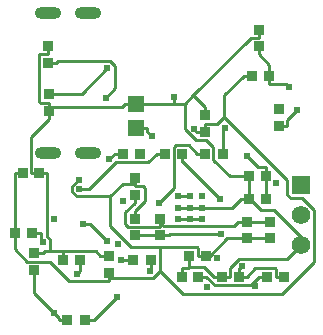
<source format=gbl>
G04 Layer: BottomLayer*
G04 EasyEDA v6.5.38, 2023-12-01 04:26:50*
G04 a14715bac62b4674aedb9b46894eb211,1c5aeea7b1c04971ae88c05baabc065b,10*
G04 Gerber Generator version 0.2*
G04 Scale: 100 percent, Rotated: No, Reflected: No *
G04 Dimensions in millimeters *
G04 leading zeros omitted , absolute positions ,4 integer and 5 decimal *
%FSLAX45Y45*%
%MOMM*%

%AMMACRO1*21,1,$1,$2,0,0,$3*%
%ADD10C,0.2540*%
%ADD11MACRO1,0.8X0.9X-90.0000*%
%ADD12MACRO1,0.8X0.9X90.0000*%
%ADD13MACRO1,0.8X0.9X0.0000*%
%ADD14R,1.3500X1.4100*%
%ADD15MACRO1,1.35X1.41X0.0000*%
%ADD16MACRO1,0.8X0.864X90.0000*%
%ADD17MACRO1,0.8X0.864X0.0000*%
%ADD18MACRO1,0.864X0.8065X90.0000*%
%ADD19R,0.8640X0.8065*%
%ADD20MACRO1,0.864X0.8065X0.0000*%
%ADD21MACRO1,0.864X0.8065X-90.0000*%
%ADD22R,1.5748X1.5748*%
%ADD23C,1.5748*%
%ADD24O,2.2500082X0.9999979999999999*%
%ADD25C,0.6096*%
%ADD26C,0.6100*%
%ADD27C,0.0151*%

%LPD*%
D10*
X2743202Y4718204D02*
G01*
X2933702Y4718204D01*
X1790702Y4946500D02*
G01*
X1790702Y4878580D01*
X2006602Y4743604D02*
G01*
X2006602Y4709645D01*
X2006602Y4709645D02*
G01*
X2006602Y4675685D01*
X2006602Y4709645D02*
G01*
X2036117Y4680130D01*
X2632204Y4680130D01*
X2670279Y4718204D01*
X2743202Y4718204D02*
G01*
X2670279Y4718204D01*
X2006602Y4675685D02*
G01*
X2006450Y4675532D01*
X1731520Y4675532D01*
X1708965Y4698088D01*
X1708965Y4796843D01*
X1790702Y4878580D01*
X1559181Y4551428D02*
G01*
X1413283Y4697326D01*
X1351460Y4697326D01*
X1016713Y4544291D02*
G01*
X994463Y4566541D01*
X994463Y4622802D01*
X926238Y4622802D02*
G01*
X994463Y4622802D01*
X1054102Y6058766D02*
G01*
X1125222Y6058766D01*
X1125222Y6058766D02*
G01*
X1146050Y6079594D01*
X1583743Y6079594D01*
X1626618Y6036718D01*
X1626618Y5847793D01*
X1546633Y5767809D01*
X1066802Y5803038D02*
G01*
X1342875Y5803038D01*
X1557632Y6017795D01*
X2045566Y5295902D02*
G01*
X1977341Y5295902D01*
X1321945Y4996512D02*
G01*
X1405867Y4996512D01*
X1629818Y5220464D01*
X1901903Y5220464D01*
X1977341Y5295902D01*
X2514348Y4910051D02*
G01*
X2199617Y5224782D01*
X2196238Y5224782D01*
X2196238Y5295902D02*
G01*
X2196238Y5224782D01*
X1572262Y5245762D02*
G01*
X1621741Y5295242D01*
X1621741Y5295902D01*
X1689966Y5295902D02*
G01*
X1621741Y5295902D01*
X2388466Y5295902D02*
G01*
X2320241Y5295902D01*
X2320241Y5295902D02*
G01*
X2248969Y5367174D01*
X2144270Y5367174D01*
X2127811Y5350715D01*
X2127811Y5005478D01*
X2000506Y4878174D01*
X2560474Y5516069D02*
G01*
X2539138Y5494733D01*
X2539138Y5295902D01*
X3166595Y5664202D02*
G01*
X3081022Y5578629D01*
X3081022Y5525366D01*
X3009902Y5525366D02*
G01*
X3081022Y5525366D01*
X1370738Y3886202D02*
G01*
X1443865Y3886202D01*
X1642976Y4085313D01*
X1920420Y4301187D02*
G01*
X1920420Y4313963D01*
X1929538Y4323082D01*
X1929538Y4394202D02*
G01*
X1929538Y4323082D01*
X1935914Y5441419D02*
G01*
X1898830Y5478503D01*
X1898830Y5513402D01*
X1803402Y5513402D02*
G01*
X1898830Y5513402D01*
X2932838Y5920742D02*
G01*
X2932838Y5885182D01*
X2932838Y5920742D02*
G01*
X2932838Y5956302D01*
X2932838Y5956302D02*
G01*
X2932838Y6047844D01*
X2844802Y6135880D01*
X2844802Y6203800D02*
G01*
X2844802Y6135880D01*
X2932838Y5885182D02*
G01*
X3071395Y5885182D01*
X3098802Y5857775D01*
X3054504Y4254502D02*
G01*
X2986585Y4254502D01*
X2673504Y4254502D02*
G01*
X2741424Y4254502D01*
X2986585Y4254502D02*
G01*
X2986585Y4322422D01*
X2983207Y4325800D01*
X2812722Y4325800D01*
X2741424Y4254502D01*
X2700149Y4346450D02*
G01*
X2681124Y4327425D01*
X2673504Y4327425D01*
X2673504Y4254502D02*
G01*
X2673504Y4327425D01*
X2914500Y4254502D02*
G01*
X2846580Y4254502D01*
X2330604Y4254502D02*
G01*
X2398524Y4254502D01*
X2787042Y4194964D02*
G01*
X2811071Y4170911D01*
X2846580Y4254502D02*
G01*
X2787042Y4194964D01*
X2787042Y4194964D02*
G01*
X2773479Y4181401D01*
X2471625Y4181401D01*
X2398524Y4254502D01*
X2902104Y4914902D02*
G01*
X2902104Y5105402D01*
X2902104Y5178325D02*
G01*
X2833575Y5178325D01*
X2739392Y5272509D01*
X2902104Y5105402D02*
G01*
X2902104Y5178325D01*
X1220066Y3886202D02*
G01*
X1151841Y3886202D01*
X1109195Y3946679D02*
G01*
X939802Y4116072D01*
X939802Y4311500D01*
X1151841Y3886202D02*
G01*
X1151841Y3904033D01*
X1109195Y3946679D01*
X2260602Y4738702D02*
G01*
X2360551Y4738702D01*
X2260551Y4938651D02*
G01*
X2160653Y4938651D01*
X2160602Y4938702D01*
X2160602Y4738702D02*
G01*
X2260602Y4738702D01*
X2160602Y4838702D02*
G01*
X2260602Y4838702D01*
X2260602Y4838702D02*
G01*
X2260627Y4838677D01*
X2360551Y4838677D01*
X2360551Y4838677D02*
G01*
X2617955Y4838677D01*
X2694180Y4914902D01*
X2762100Y4914902D02*
G01*
X2694180Y4914902D01*
X1054102Y6141189D02*
G01*
X985852Y6141189D01*
X982804Y6138141D01*
X982804Y5736363D01*
X998552Y5720615D01*
X1066802Y5720615D01*
X1054102Y6209438D02*
G01*
X1054102Y6141189D01*
X1066802Y5686503D02*
G01*
X1066802Y5720615D01*
X1066802Y5686503D02*
G01*
X1681101Y5686503D01*
X1708000Y5713402D01*
X1803402Y5713402D02*
G01*
X1708000Y5713402D01*
X1066802Y5669434D02*
G01*
X1066802Y5686503D01*
X1803402Y5713402D02*
G01*
X1898830Y5713402D01*
X2387602Y5619904D02*
G01*
X2387602Y5687824D01*
X2844802Y6343804D02*
G01*
X2844802Y6275885D01*
X2387602Y5687824D02*
G01*
X2288212Y5787214D01*
X2844802Y6275885D02*
G01*
X2776882Y6275885D01*
X2288212Y5787214D01*
X2533500Y4254502D02*
G01*
X2465580Y4254502D01*
X2254100Y4432302D02*
G01*
X2254100Y4359379D01*
X2254100Y4338043D02*
G01*
X2254100Y4359379D01*
X2190600Y4327425D02*
G01*
X2243482Y4327425D01*
X2254100Y4338043D01*
X2254100Y4338043D02*
G01*
X2382039Y4338043D01*
X2465580Y4254502D01*
X2190600Y4254502D02*
G01*
X2190600Y4327425D01*
X1187300Y4394202D02*
G01*
X1187300Y4467125D01*
X1574802Y4426104D02*
G01*
X1501879Y4426104D01*
X2762100Y4934257D02*
G01*
X2762100Y4914902D01*
X2762100Y4934257D02*
G01*
X2762100Y4919296D01*
X2863674Y4817722D01*
X2974621Y4817722D01*
X3200402Y4591941D01*
X3200402Y4521202D01*
X2533500Y4254502D02*
G01*
X2601419Y4254502D01*
X957049Y4451504D02*
G01*
X1012725Y4451504D01*
X957049Y4451504D02*
G01*
X939802Y4451504D01*
X2762100Y5105402D02*
G01*
X2762100Y4934257D01*
X2120902Y5713402D02*
G01*
X2120902Y5770679D01*
X2120902Y5713402D02*
G01*
X1898830Y5713402D01*
X2288212Y5787214D02*
G01*
X2214399Y5713402D01*
X2214399Y5713402D02*
G01*
X2120902Y5713402D01*
X2762100Y5105402D02*
G01*
X2694180Y5105402D01*
X1187300Y4467125D02*
G01*
X1187477Y4467303D01*
X1460680Y4467303D01*
X1501879Y4426104D01*
X3200402Y4521202D02*
G01*
X3084222Y4405022D01*
X2675892Y4405022D01*
X2601419Y4330550D01*
X2601419Y4254502D01*
X1066802Y5669434D02*
G01*
X1066802Y5652366D01*
X1066802Y5584141D02*
G01*
X916485Y5433824D01*
X916485Y5130802D01*
X1066802Y5652366D02*
G01*
X1066802Y5584141D01*
X984404Y5130802D02*
G01*
X916485Y5130802D01*
X984404Y5130802D02*
G01*
X1052324Y5130802D01*
X1075286Y4467125D02*
G01*
X1075286Y4568573D01*
X1052324Y4591535D01*
X1052324Y5130802D01*
X1012725Y4451504D02*
G01*
X1028346Y4467125D01*
X1075286Y4467125D01*
X1075286Y4467125D02*
G01*
X1187300Y4467125D01*
X2214399Y5713402D02*
G01*
X2214399Y5500905D01*
X2307338Y5407967D01*
X2399642Y5407967D01*
X2456868Y5350741D01*
X2456868Y5243324D01*
X2594790Y5105402D01*
X2694180Y5105402D01*
X1327304Y4394202D02*
G01*
X1327304Y4301619D01*
X1304063Y4278378D01*
X1778866Y4394202D02*
G01*
X1680771Y4394202D01*
X1679196Y4392627D01*
X1790702Y4603600D02*
G01*
X2006602Y4603600D01*
X2079525Y4603600D02*
G01*
X2094613Y4618687D01*
X2521536Y4618687D01*
X2006602Y4603600D02*
G01*
X2079525Y4603600D01*
X1790702Y4743604D02*
G01*
X1790702Y4811524D01*
X2394104Y4432302D02*
G01*
X2428064Y4432302D01*
X2387602Y5479900D02*
G01*
X2387602Y5484929D01*
X2933702Y4578200D02*
G01*
X2743202Y4578200D01*
X2743202Y4578200D02*
G01*
X2670279Y4578200D01*
X1574802Y4286100D02*
G01*
X1574802Y4252140D01*
X1574802Y4252140D02*
G01*
X1574802Y4218180D01*
X2394104Y4432302D02*
G01*
X2326185Y4432302D01*
X2670279Y4578200D02*
G01*
X2573962Y4578200D01*
X2428064Y4432302D01*
X1790702Y4811524D02*
G01*
X1877138Y4897960D01*
X1877138Y5000068D01*
X1858622Y5018585D01*
X1790702Y5018585D01*
X1790702Y5038117D02*
G01*
X1790702Y5018585D01*
X1790702Y5062324D02*
G01*
X1790702Y5038117D01*
X1790702Y5062324D02*
G01*
X1790702Y5086504D01*
X2387602Y5513859D02*
G01*
X2387602Y5547819D01*
X2326185Y4432302D02*
G01*
X2326185Y4500222D01*
X2321003Y4505403D01*
X2005815Y4505403D01*
X2782166Y5956302D02*
G01*
X2713941Y5956302D01*
X1574802Y4218180D02*
G01*
X1235560Y4218180D01*
X1072238Y4381502D01*
X877699Y4381502D01*
X775566Y4483635D01*
X775566Y4622802D01*
X775566Y4622802D02*
G01*
X775566Y5129888D01*
X776480Y5130802D01*
X844400Y5130802D02*
G01*
X776480Y5130802D01*
X1574802Y4252140D02*
G01*
X1584327Y4242615D01*
X1944702Y4242615D01*
X2005815Y4303727D01*
X2005815Y4303727D02*
G01*
X2005815Y4505403D01*
X2387602Y5513859D02*
G01*
X2387602Y5484929D01*
X2713941Y5956302D02*
G01*
X2551965Y5794326D01*
X2551965Y5607763D01*
X2551965Y5607763D02*
G01*
X2492021Y5547819D01*
X2387602Y5547819D01*
X1790702Y5038117D02*
G01*
X1691566Y5038117D01*
X1586613Y4933165D01*
X1586613Y4933165D02*
G01*
X1301752Y4933165D01*
X1263347Y4971569D01*
X1263347Y5020972D01*
X1317195Y5074820D01*
X2294359Y5503776D02*
G01*
X2314679Y5483456D01*
X2314679Y5479900D01*
X2387602Y5479900D02*
G01*
X2314679Y5479900D01*
X2005815Y4505403D02*
G01*
X1761746Y4505403D01*
X1586613Y4680536D01*
X1586613Y4933165D01*
X2551965Y5607763D02*
G01*
X3084502Y5075227D01*
X3084502Y4947922D01*
X3115820Y4916604D01*
X3211553Y4916604D01*
X3308301Y4819855D01*
X3308301Y4378098D01*
X3038375Y4108173D01*
X2201369Y4108173D01*
X2005815Y4303727D01*
D11*
G01*
X2933700Y4578200D03*
G01*
X2933700Y4718199D03*
D12*
G01*
X1790700Y5086499D03*
G01*
X1790700Y4946500D03*
D11*
G01*
X2006600Y4603600D03*
G01*
X2006600Y4743599D03*
G01*
X2743200Y4578200D03*
G01*
X2743200Y4718199D03*
D13*
G01*
X1327299Y4394200D03*
G01*
X1187300Y4394200D03*
D11*
G01*
X939800Y4311500D03*
G01*
X939800Y4451499D03*
D13*
G01*
X2762100Y4914900D03*
G01*
X2902099Y4914900D03*
G01*
X2762100Y5105400D03*
G01*
X2902099Y5105400D03*
D12*
G01*
X2387600Y5619899D03*
G01*
X2387600Y5479900D03*
D13*
G01*
X2330599Y4254500D03*
G01*
X2190600Y4254500D03*
G01*
X2673499Y4254500D03*
G01*
X2533500Y4254500D03*
D11*
G01*
X2844800Y6203800D03*
G01*
X2844800Y6343799D03*
D13*
G01*
X844400Y5130800D03*
G01*
X984399Y5130800D03*
G01*
X2394099Y4432300D03*
G01*
X2254100Y4432300D03*
D11*
G01*
X1574800Y4286100D03*
G01*
X1574800Y4426099D03*
D14*
G01*
X1803400Y5513400D03*
D15*
G01*
X1803400Y5713402D03*
D16*
G01*
X1790687Y4743599D03*
G01*
X1790687Y4603600D03*
D17*
G01*
X3054499Y4254512D03*
G01*
X2914500Y4254512D03*
D18*
G01*
X1778875Y4394200D03*
G01*
X1929524Y4394200D03*
G01*
X1220075Y3886200D03*
G01*
X1370724Y3886200D03*
D19*
G01*
X3009900Y5525363D03*
D20*
G01*
X3009900Y5676024D03*
D21*
G01*
X2539124Y5295900D03*
G01*
X2388475Y5295900D03*
G01*
X1840624Y5295900D03*
G01*
X1689975Y5295900D03*
G01*
X2196224Y5295900D03*
G01*
X2045575Y5295900D03*
D19*
G01*
X1066800Y5803036D03*
D20*
G01*
X1066800Y5652375D03*
D19*
G01*
X1054100Y6209436D03*
D20*
G01*
X1054100Y6058775D03*
D18*
G01*
X2782175Y5956300D03*
G01*
X2932824Y5956300D03*
G01*
X775575Y4622800D03*
G01*
X926224Y4622800D03*
D22*
G01*
X3200400Y5029200D03*
D23*
G01*
X3200400Y4775200D03*
G01*
X3200400Y4521200D03*
D24*
G01*
X1394561Y5302808D03*
G01*
X1394561Y6482791D03*
G01*
X1059561Y6482791D03*
G01*
X1059561Y5302808D03*
D25*
G01*
X2160600Y4838700D03*
G01*
X2160600Y4738700D03*
G01*
X2360549Y4838674D03*
G01*
X2360549Y4738700D03*
G01*
X2160600Y4938699D03*
G01*
X2360599Y4938699D03*
G01*
X2260600Y4838700D03*
G01*
X2260549Y4938648D03*
G01*
X2260600Y4738700D03*
D26*
G01*
X2294359Y5503776D03*
G01*
X1317195Y5074820D03*
G01*
X2521536Y4618687D03*
G01*
X1679196Y4392627D03*
G01*
X1304063Y4278378D03*
G01*
X2120902Y5770679D03*
G01*
X1109195Y3946679D03*
G01*
X2739392Y5272509D03*
G01*
X2811071Y4170911D03*
G01*
X2700149Y4346450D03*
G01*
X3098802Y5857775D03*
G01*
X1935914Y5441419D03*
G01*
X1920420Y4301187D03*
G01*
X2489304Y4407461D03*
G01*
X2399819Y4167278D03*
G01*
X1642976Y4085313D03*
G01*
X3166595Y5664202D03*
G01*
X2560474Y5516069D03*
G01*
X2000506Y4878174D03*
G01*
X1572262Y5245762D03*
G01*
X1688721Y4897884D03*
G01*
X2514348Y4910051D03*
G01*
X2988236Y5047744D03*
G01*
X1321945Y4996512D03*
G01*
X1557632Y6017795D03*
G01*
X1546633Y5767809D03*
G01*
X1016713Y4544291D03*
G01*
X1351460Y4697326D03*
G01*
X1559181Y4551428D03*
G01*
X1652094Y4531083D03*
G01*
X1111354Y4741522D03*
M02*

</source>
